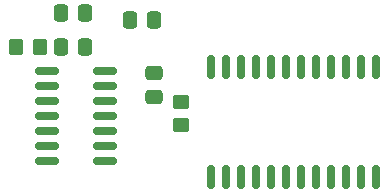
<source format=gbr>
%TF.GenerationSoftware,KiCad,Pcbnew,7.0.5*%
%TF.CreationDate,2024-02-26T15:45:18+01:00*%
%TF.ProjectId,thermometer-hw,74686572-6d6f-46d6-9574-65722d68772e,rev?*%
%TF.SameCoordinates,Original*%
%TF.FileFunction,Paste,Top*%
%TF.FilePolarity,Positive*%
%FSLAX46Y46*%
G04 Gerber Fmt 4.6, Leading zero omitted, Abs format (unit mm)*
G04 Created by KiCad (PCBNEW 7.0.5) date 2024-02-26 15:45:18*
%MOMM*%
%LPD*%
G01*
G04 APERTURE LIST*
G04 Aperture macros list*
%AMRoundRect*
0 Rectangle with rounded corners*
0 $1 Rounding radius*
0 $2 $3 $4 $5 $6 $7 $8 $9 X,Y pos of 4 corners*
0 Add a 4 corners polygon primitive as box body*
4,1,4,$2,$3,$4,$5,$6,$7,$8,$9,$2,$3,0*
0 Add four circle primitives for the rounded corners*
1,1,$1+$1,$2,$3*
1,1,$1+$1,$4,$5*
1,1,$1+$1,$6,$7*
1,1,$1+$1,$8,$9*
0 Add four rect primitives between the rounded corners*
20,1,$1+$1,$2,$3,$4,$5,0*
20,1,$1+$1,$4,$5,$6,$7,0*
20,1,$1+$1,$6,$7,$8,$9,0*
20,1,$1+$1,$8,$9,$2,$3,0*%
G04 Aperture macros list end*
%ADD10RoundRect,0.250000X0.337500X0.475000X-0.337500X0.475000X-0.337500X-0.475000X0.337500X-0.475000X0*%
%ADD11RoundRect,0.250000X-0.475000X0.337500X-0.475000X-0.337500X0.475000X-0.337500X0.475000X0.337500X0*%
%ADD12RoundRect,0.150000X-0.825000X-0.150000X0.825000X-0.150000X0.825000X0.150000X-0.825000X0.150000X0*%
%ADD13RoundRect,0.250000X-0.337500X-0.475000X0.337500X-0.475000X0.337500X0.475000X-0.337500X0.475000X0*%
%ADD14RoundRect,0.150000X0.150000X-0.875000X0.150000X0.875000X-0.150000X0.875000X-0.150000X-0.875000X0*%
%ADD15RoundRect,0.250000X0.350000X0.450000X-0.350000X0.450000X-0.350000X-0.450000X0.350000X-0.450000X0*%
%ADD16RoundRect,0.250000X-0.450000X0.350000X-0.450000X-0.350000X0.450000X-0.350000X0.450000X0.350000X0*%
G04 APERTURE END LIST*
D10*
%TO.C,C4*%
X21865500Y24765000D03*
X19790500Y24765000D03*
%TD*%
D11*
%TO.C,C2*%
X21844000Y20341500D03*
X21844000Y18266500D03*
%TD*%
D12*
%TO.C,U1*%
X12765000Y20447001D03*
X12765000Y19177001D03*
X12765000Y17907001D03*
X12765000Y16637001D03*
X12765000Y15367001D03*
X12765000Y14097001D03*
X12765000Y12827001D03*
X17715000Y12827001D03*
X17715000Y14097001D03*
X17715000Y15367001D03*
X17715000Y16637001D03*
X17715000Y17907001D03*
X17715000Y19177001D03*
X17715000Y20447001D03*
%TD*%
D13*
%TO.C,C3*%
X13948500Y25399999D03*
X16023500Y25399999D03*
%TD*%
%TO.C,C1*%
X13948500Y22478999D03*
X16023500Y22478999D03*
%TD*%
D14*
%TO.C,U2*%
X26670000Y11479000D03*
X27940000Y11479000D03*
X29210000Y11479000D03*
X30480000Y11479000D03*
X31750000Y11479000D03*
X33020000Y11479000D03*
X34290000Y11479000D03*
X35560000Y11479000D03*
X36830000Y11479000D03*
X38100000Y11479000D03*
X39370000Y11479000D03*
X40640000Y11479000D03*
X40640000Y20779000D03*
X39370000Y20779000D03*
X38100000Y20779000D03*
X36830000Y20779000D03*
X35560000Y20779000D03*
X34290000Y20779000D03*
X33020000Y20779000D03*
X31750000Y20779000D03*
X30480000Y20779000D03*
X29210000Y20779000D03*
X27940000Y20779000D03*
X26670000Y20779000D03*
%TD*%
D15*
%TO.C,R2*%
X12176001Y22479000D03*
X10176001Y22479000D03*
%TD*%
D16*
%TO.C,R1*%
X24130000Y17891000D03*
X24130000Y15891000D03*
%TD*%
M02*

</source>
